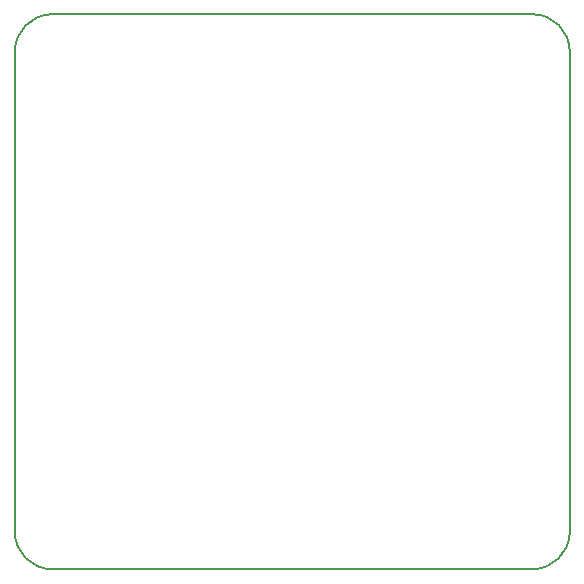
<source format=gm1>
%TF.GenerationSoftware,KiCad,Pcbnew,(5.1.10)-1*%
%TF.CreationDate,2021-10-30T21:19:33-04:00*%
%TF.ProjectId,Z_Brake,5a5f4272-616b-4652-9e6b-696361645f70,rev?*%
%TF.SameCoordinates,Original*%
%TF.FileFunction,Profile,NP*%
%FSLAX46Y46*%
G04 Gerber Fmt 4.6, Leading zero omitted, Abs format (unit mm)*
G04 Created by KiCad (PCBNEW (5.1.10)-1) date 2021-10-30 21:19:33*
%MOMM*%
%LPD*%
G01*
G04 APERTURE LIST*
%TA.AperFunction,Profile*%
%ADD10C,0.150000*%
%TD*%
G04 APERTURE END LIST*
D10*
X99695000Y-123825000D02*
X59055000Y-123825000D01*
X102870000Y-80010000D02*
X102870000Y-120650000D01*
X59055000Y-76835000D02*
X99695000Y-76835000D01*
X55880000Y-120650000D02*
X55880000Y-80010000D01*
X59055000Y-123825000D02*
G75*
G02*
X55880000Y-120650000I0J3175000D01*
G01*
X102870000Y-120650000D02*
G75*
G02*
X99695000Y-123825000I-3175000J0D01*
G01*
X99695000Y-76835000D02*
G75*
G02*
X102870000Y-80010000I0J-3175000D01*
G01*
X55880000Y-80010000D02*
G75*
G02*
X59055000Y-76835000I3175000J0D01*
G01*
M02*

</source>
